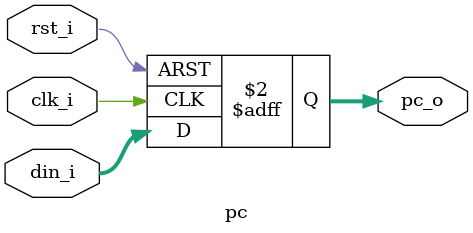
<source format=v>
`timescale 1ns / 1ps
`include "defines.vh"

module pc (
    input wire        rst_i,
    input wire        clk_i,
    input wire [31:0] din_i,
    output reg [31:0] pc_o
);

`ifdef RUN_TRACE
    reg flag;   //设置标志位
    always @ (posedge clk_i or posedge rst_i) begin
        if(rst_i) begin
            pc_o <= 32'h00000000;
            flag = 1'b0;
        end else begin
            if (flag) begin
                pc_o <= din_i;
            end else begin
                flag = 1'b1;
            end
        end
    end
`else
    always @ (posedge clk_i or posedge rst_i) begin
        if(rst_i) begin
            pc_o <= 32'h00000000;
        end else begin
            pc_o <= din_i;
        end
    end
`endif
    
endmodule
</source>
